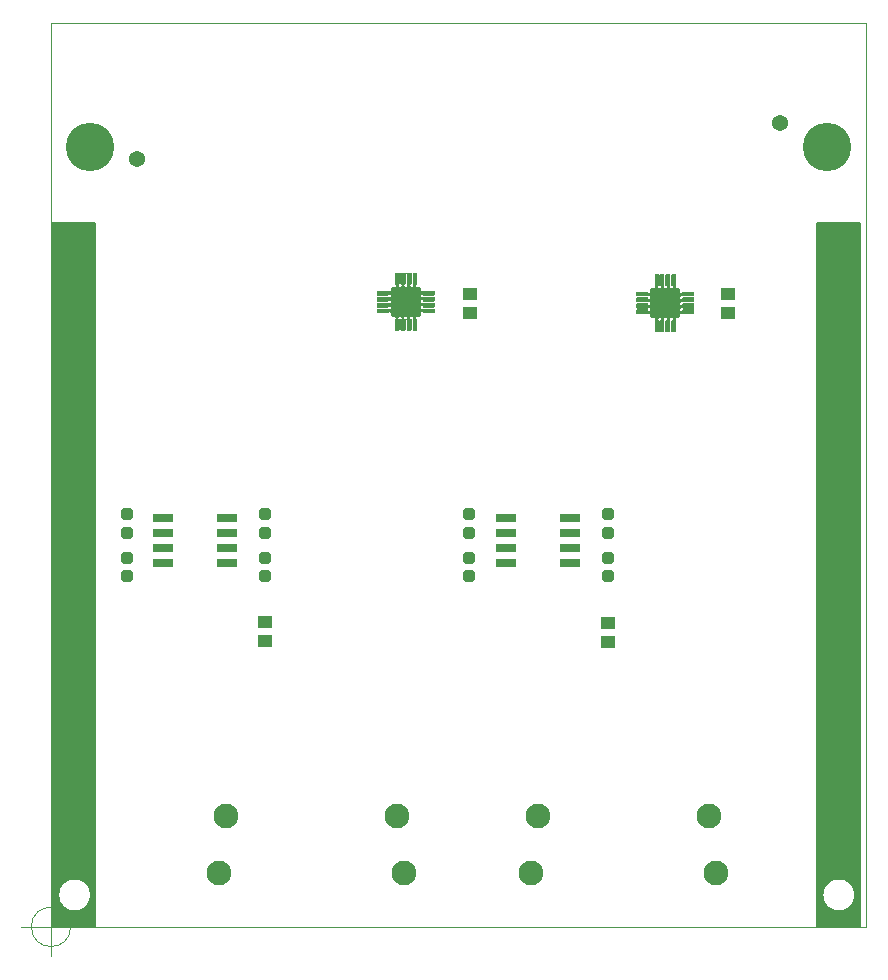
<source format=gbr>
G04 #@! TF.GenerationSoftware,KiCad,Pcbnew,(6.0.4-0)*
G04 #@! TF.CreationDate,2022-11-09T17:11:16+01:00*
G04 #@! TF.ProjectId,adapter_hybrid_assistor_hpc_2HDMI,61646170-7465-4725-9f68-79627269645f,rev?*
G04 #@! TF.SameCoordinates,Original*
G04 #@! TF.FileFunction,Soldermask,Bot*
G04 #@! TF.FilePolarity,Negative*
%FSLAX46Y46*%
G04 Gerber Fmt 4.6, Leading zero omitted, Abs format (unit mm)*
G04 Created by KiCad (PCBNEW (6.0.4-0)) date 2022-11-09 17:11:16*
%MOMM*%
%LPD*%
G01*
G04 APERTURE LIST*
G04 Aperture macros list*
%AMRoundRect*
0 Rectangle with rounded corners*
0 $1 Rounding radius*
0 $2 $3 $4 $5 $6 $7 $8 $9 X,Y pos of 4 corners*
0 Add a 4 corners polygon primitive as box body*
4,1,4,$2,$3,$4,$5,$6,$7,$8,$9,$2,$3,0*
0 Add four circle primitives for the rounded corners*
1,1,$1+$1,$2,$3*
1,1,$1+$1,$4,$5*
1,1,$1+$1,$6,$7*
1,1,$1+$1,$8,$9*
0 Add four rect primitives between the rounded corners*
20,1,$1+$1,$2,$3,$4,$5,0*
20,1,$1+$1,$4,$5,$6,$7,0*
20,1,$1+$1,$6,$7,$8,$9,0*
20,1,$1+$1,$8,$9,$2,$3,0*%
G04 Aperture macros list end*
G04 #@! TA.AperFunction,Profile*
%ADD10C,0.100000*%
G04 #@! TD*
G04 #@! TA.AperFunction,Profile*
%ADD11C,0.050000*%
G04 #@! TD*
%ADD12C,1.372000*%
%ADD13C,4.102000*%
%ADD14C,2.097000*%
%ADD15RoundRect,0.051000X-0.500000X0.475000X-0.500000X-0.475000X0.500000X-0.475000X0.500000X0.475000X0*%
%ADD16RoundRect,0.269750X-0.256250X0.218750X-0.256250X-0.218750X0.256250X-0.218750X0.256250X0.218750X0*%
%ADD17RoundRect,0.269750X0.256250X-0.218750X0.256250X0.218750X-0.256250X0.218750X-0.256250X-0.218750X0*%
%ADD18RoundRect,0.051000X-0.764000X0.325000X-0.764000X-0.325000X0.764000X-0.325000X0.764000X0.325000X0*%
%ADD19RoundRect,0.051000X-0.150000X-0.425000X0.150000X-0.425000X0.150000X0.425000X-0.150000X0.425000X0*%
%ADD20RoundRect,0.051000X0.425000X-0.150000X0.425000X0.150000X-0.425000X0.150000X-0.425000X-0.150000X0*%
%ADD21RoundRect,0.051000X1.200000X-1.200000X1.200000X1.200000X-1.200000X1.200000X-1.200000X-1.200000X0*%
G04 APERTURE END LIST*
D10*
X100000000Y-100000000D02*
X100000000Y-176500000D01*
X100000000Y-176500000D02*
X169000000Y-176500000D01*
X169000000Y-100000000D02*
X169000000Y-176500000D01*
X100000000Y-100000000D02*
X169000000Y-100000000D01*
D11*
X168050000Y-173800000D02*
G75*
G03*
X168050000Y-173800000I-1350000J0D01*
G01*
X103350000Y-173800000D02*
G75*
G03*
X103350000Y-173800000I-1350000J0D01*
G01*
X104500000Y-110450000D02*
G75*
G03*
X104500000Y-110450000I-1350000J0D01*
G01*
X167200000Y-110450000D02*
G75*
G03*
X167200000Y-110450000I-1350000J0D01*
G01*
X101666666Y-176500000D02*
G75*
G03*
X101666666Y-176500000I-1666666J0D01*
G01*
X97500000Y-176500000D02*
X102500000Y-176500000D01*
X100000000Y-174000000D02*
X100000000Y-179000000D01*
X101666666Y-176500000D02*
G75*
G03*
X101666666Y-176500000I-1666666J0D01*
G01*
X97500000Y-176500000D02*
X102500000Y-176500000D01*
X100000000Y-174000000D02*
X100000000Y-179000000D01*
X101666666Y-176500000D02*
G75*
G03*
X101666666Y-176500000I-1666666J0D01*
G01*
X97500000Y-176500000D02*
X102500000Y-176500000D01*
X100000000Y-174000000D02*
X100000000Y-179000000D01*
D10*
X100000000Y-100000000D02*
X100000000Y-176500000D01*
X100000000Y-176500000D02*
X169000000Y-176500000D01*
X169000000Y-100000000D02*
X169000000Y-176500000D01*
X100000000Y-100000000D02*
X169000000Y-100000000D01*
D11*
X168050000Y-173800000D02*
G75*
G03*
X168050000Y-173800000I-1350000J0D01*
G01*
X103350000Y-173800000D02*
G75*
G03*
X103350000Y-173800000I-1350000J0D01*
G01*
X104500000Y-110450000D02*
G75*
G03*
X104500000Y-110450000I-1350000J0D01*
G01*
X167200000Y-110450000D02*
G75*
G03*
X167200000Y-110450000I-1350000J0D01*
G01*
X101666666Y-176500000D02*
G75*
G03*
X101666666Y-176500000I-1666666J0D01*
G01*
X97500000Y-176500000D02*
X102500000Y-176500000D01*
X100000000Y-174000000D02*
X100000000Y-179000000D01*
X101666666Y-176500000D02*
G75*
G03*
X101666666Y-176500000I-1666666J0D01*
G01*
X97500000Y-176500000D02*
X102500000Y-176500000D01*
X100000000Y-174000000D02*
X100000000Y-179000000D01*
X101666666Y-176500000D02*
G75*
G03*
X101666666Y-176500000I-1666666J0D01*
G01*
X97500000Y-176500000D02*
X102500000Y-176500000D01*
X100000000Y-174000000D02*
X100000000Y-179000000D01*
D12*
X107303000Y-111508000D03*
X161683000Y-108458000D03*
D13*
X165683000Y-110458000D03*
X103303000Y-110458000D03*
D14*
X141216000Y-167076000D03*
X155716000Y-167076000D03*
X140616000Y-171976000D03*
X156316000Y-171976000D03*
X114800000Y-167076000D03*
X129300000Y-167076000D03*
X114200000Y-171976000D03*
X129900000Y-171976000D03*
D15*
X147193000Y-150749000D03*
X147193000Y-152349000D03*
X118110000Y-150711000D03*
X118110000Y-152311000D03*
X157353000Y-122936000D03*
X157353000Y-124536000D03*
D16*
X147193000Y-141554000D03*
X147193000Y-143129000D03*
D17*
X135382000Y-146837500D03*
X135382000Y-145262500D03*
D16*
X106400500Y-141554000D03*
X106400500Y-143129000D03*
X118135500Y-141554000D03*
X118135500Y-143129000D03*
D17*
X106426000Y-146837500D03*
X106426000Y-145262500D03*
X118110000Y-146837500D03*
X118110000Y-145262500D03*
D18*
X138557000Y-145669000D03*
X138557000Y-144399000D03*
X138557000Y-143129000D03*
X138557000Y-141859000D03*
X143979000Y-141859000D03*
X143979000Y-143129000D03*
X143979000Y-144399000D03*
X143979000Y-145669000D03*
D19*
X152769000Y-125648000D03*
X152269000Y-125648000D03*
X151769000Y-125648000D03*
X151269000Y-125648000D03*
D20*
X150069000Y-124448000D03*
X150069000Y-123948000D03*
X150069000Y-123448000D03*
X150069000Y-122948000D03*
D19*
X151269000Y-121748000D03*
X151769000Y-121748000D03*
X152269000Y-121748000D03*
X152769000Y-121748000D03*
D20*
X153969000Y-122948000D03*
X153969000Y-123448000D03*
X153969000Y-123948000D03*
X153969000Y-124448000D03*
D21*
X152019000Y-123698000D03*
D19*
X130798000Y-125521000D03*
X130298000Y-125521000D03*
X129798000Y-125521000D03*
X129298000Y-125521000D03*
D20*
X128098000Y-124321000D03*
X128098000Y-123821000D03*
X128098000Y-123321000D03*
X128098000Y-122821000D03*
D19*
X129298000Y-121621000D03*
X129798000Y-121621000D03*
X130298000Y-121621000D03*
X130798000Y-121621000D03*
D20*
X131998000Y-122821000D03*
X131998000Y-123321000D03*
X131998000Y-123821000D03*
X131998000Y-124321000D03*
D21*
X130048000Y-123571000D03*
D18*
X109513000Y-145669000D03*
X109513000Y-144399000D03*
X109513000Y-143129000D03*
X109513000Y-141859000D03*
X114935000Y-141859000D03*
X114935000Y-143129000D03*
X114935000Y-144399000D03*
X114935000Y-145669000D03*
D16*
X135382000Y-141554000D03*
X135382000Y-143129000D03*
D15*
X135509000Y-122936000D03*
X135509000Y-124536000D03*
D17*
X147193000Y-146837500D03*
X147193000Y-145262500D03*
G36*
X103752121Y-116830002D02*
G01*
X103798614Y-116883658D01*
X103810000Y-116936000D01*
X103810000Y-176374000D01*
X103789998Y-176442121D01*
X103736342Y-176488614D01*
X103684000Y-176500000D01*
X100145948Y-176500000D01*
X100077827Y-176479998D01*
X100031334Y-176426342D01*
X100019948Y-176374042D01*
X100019088Y-173805475D01*
X100650479Y-173805475D01*
X100670031Y-174028945D01*
X100671934Y-174039740D01*
X100729992Y-174256417D01*
X100733738Y-174266709D01*
X100828540Y-174470013D01*
X100834023Y-174479509D01*
X100962681Y-174663252D01*
X100969737Y-174671660D01*
X101128340Y-174830263D01*
X101136748Y-174837319D01*
X101320491Y-174965977D01*
X101329987Y-174971460D01*
X101533291Y-175066262D01*
X101543583Y-175070008D01*
X101760260Y-175128066D01*
X101771055Y-175129969D01*
X101994525Y-175149521D01*
X102005475Y-175149521D01*
X102228945Y-175129969D01*
X102239740Y-175128066D01*
X102456417Y-175070008D01*
X102466709Y-175066262D01*
X102670013Y-174971460D01*
X102679509Y-174965977D01*
X102863252Y-174837319D01*
X102871660Y-174830263D01*
X103030263Y-174671660D01*
X103037319Y-174663252D01*
X103165977Y-174479509D01*
X103171460Y-174470013D01*
X103266262Y-174266709D01*
X103270008Y-174256417D01*
X103328066Y-174039740D01*
X103329969Y-174028945D01*
X103349521Y-173805475D01*
X103349521Y-173794525D01*
X103329969Y-173571055D01*
X103328066Y-173560260D01*
X103270008Y-173343583D01*
X103266262Y-173333291D01*
X103171460Y-173129987D01*
X103165977Y-173120491D01*
X103037319Y-172936748D01*
X103030263Y-172928340D01*
X102871660Y-172769737D01*
X102863252Y-172762681D01*
X102679509Y-172634023D01*
X102670013Y-172628540D01*
X102466709Y-172533738D01*
X102456417Y-172529992D01*
X102239740Y-172471934D01*
X102228945Y-172470031D01*
X102005475Y-172450479D01*
X101994525Y-172450479D01*
X101771055Y-172470031D01*
X101760260Y-172471934D01*
X101543583Y-172529992D01*
X101533291Y-172533738D01*
X101329987Y-172628540D01*
X101320491Y-172634023D01*
X101136748Y-172762681D01*
X101128340Y-172769737D01*
X100969737Y-172928340D01*
X100962681Y-172936748D01*
X100834023Y-173120491D01*
X100828540Y-173129987D01*
X100733738Y-173333291D01*
X100729992Y-173343583D01*
X100671934Y-173560260D01*
X100670031Y-173571055D01*
X100650479Y-173794525D01*
X100650479Y-173805475D01*
X100019088Y-173805475D01*
X100000042Y-116936042D01*
X100020021Y-116867915D01*
X100073661Y-116821404D01*
X100126042Y-116810000D01*
X103684000Y-116810000D01*
X103752121Y-116830002D01*
G37*
G36*
X168522163Y-116830002D02*
G01*
X168568656Y-116883658D01*
X168580042Y-116935958D01*
X168599951Y-176373958D01*
X168579972Y-176442085D01*
X168526332Y-176488596D01*
X168473951Y-176500000D01*
X164886024Y-176500000D01*
X164817903Y-176479998D01*
X164771410Y-176426342D01*
X164760024Y-176373979D01*
X164760454Y-173805475D01*
X165350479Y-173805475D01*
X165370031Y-174028945D01*
X165371934Y-174039740D01*
X165429992Y-174256417D01*
X165433738Y-174266709D01*
X165528540Y-174470013D01*
X165534023Y-174479509D01*
X165662681Y-174663252D01*
X165669737Y-174671660D01*
X165828340Y-174830263D01*
X165836748Y-174837319D01*
X166020491Y-174965977D01*
X166029987Y-174971460D01*
X166233291Y-175066262D01*
X166243583Y-175070008D01*
X166460260Y-175128066D01*
X166471055Y-175129969D01*
X166694525Y-175149521D01*
X166705475Y-175149521D01*
X166928945Y-175129969D01*
X166939740Y-175128066D01*
X167156417Y-175070008D01*
X167166709Y-175066262D01*
X167370013Y-174971460D01*
X167379509Y-174965977D01*
X167563252Y-174837319D01*
X167571660Y-174830263D01*
X167730263Y-174671660D01*
X167737319Y-174663252D01*
X167865977Y-174479509D01*
X167871460Y-174470013D01*
X167966262Y-174266709D01*
X167970008Y-174256417D01*
X168028066Y-174039740D01*
X168029969Y-174028945D01*
X168049521Y-173805475D01*
X168049521Y-173794525D01*
X168029969Y-173571055D01*
X168028066Y-173560260D01*
X167970008Y-173343583D01*
X167966262Y-173333291D01*
X167871460Y-173129987D01*
X167865977Y-173120491D01*
X167737319Y-172936748D01*
X167730263Y-172928340D01*
X167571660Y-172769737D01*
X167563252Y-172762681D01*
X167379509Y-172634023D01*
X167370013Y-172628540D01*
X167166709Y-172533738D01*
X167156417Y-172529992D01*
X166939740Y-172471934D01*
X166928945Y-172470031D01*
X166705475Y-172450479D01*
X166694525Y-172450479D01*
X166471055Y-172470031D01*
X166460260Y-172471934D01*
X166243583Y-172529992D01*
X166233291Y-172533738D01*
X166029987Y-172628540D01*
X166020491Y-172634023D01*
X165836748Y-172762681D01*
X165828340Y-172769737D01*
X165669737Y-172928340D01*
X165662681Y-172936748D01*
X165534023Y-173120491D01*
X165528540Y-173129987D01*
X165433738Y-173333291D01*
X165429992Y-173343583D01*
X165371934Y-173560260D01*
X165370031Y-173571055D01*
X165350479Y-173794525D01*
X165350479Y-173805475D01*
X164760454Y-173805475D01*
X164769979Y-116935979D01*
X164789992Y-116867862D01*
X164843656Y-116821378D01*
X164895979Y-116810000D01*
X168454042Y-116810000D01*
X168522163Y-116830002D01*
G37*
G36*
X168562590Y-116803081D02*
G01*
X168579620Y-116808081D01*
X168580185Y-116808673D01*
X168580999Y-116808673D01*
X168581512Y-116809095D01*
X168584410Y-116812440D01*
X168584852Y-116813325D01*
X168586958Y-116823002D01*
X168587004Y-116823426D01*
X168606481Y-174969131D01*
X168606987Y-176482024D01*
X168606906Y-176482588D01*
X168601912Y-176499620D01*
X168601319Y-176500186D01*
X168601319Y-176501000D01*
X168600897Y-176501511D01*
X168597571Y-176504395D01*
X168596687Y-176504838D01*
X168586969Y-176506954D01*
X168586543Y-176507000D01*
X164777976Y-176507000D01*
X164777413Y-176506919D01*
X164760383Y-176501919D01*
X164759818Y-176501327D01*
X164759003Y-176501327D01*
X164758491Y-176500904D01*
X164755976Y-176498000D01*
X164762003Y-176498000D01*
X168597993Y-176498000D01*
X168597481Y-174969135D01*
X168578001Y-116812000D01*
X164772000Y-116812000D01*
X164762456Y-173800000D01*
X164762260Y-174969134D01*
X164762003Y-176498000D01*
X164755976Y-176498000D01*
X164755605Y-176497572D01*
X164755163Y-176496688D01*
X164753051Y-176486978D01*
X164753005Y-176486553D01*
X164753260Y-174969133D01*
X164753456Y-173800021D01*
X164762997Y-116827973D01*
X164763078Y-116827409D01*
X164768081Y-116810381D01*
X164768673Y-116809817D01*
X164768673Y-116809000D01*
X164769096Y-116808488D01*
X164772437Y-116805594D01*
X164773321Y-116805152D01*
X164783007Y-116803046D01*
X164783432Y-116803000D01*
X168562027Y-116803000D01*
X168562590Y-116803081D01*
G37*
G36*
X166934599Y-172468518D02*
G01*
X166934943Y-172468578D01*
X167162245Y-172529483D01*
X167162572Y-172529602D01*
X167375845Y-172629053D01*
X167376147Y-172629228D01*
X167568910Y-172764202D01*
X167569177Y-172764426D01*
X167735574Y-172930823D01*
X167735798Y-172931090D01*
X167870772Y-173123853D01*
X167870947Y-173124155D01*
X167970398Y-173337428D01*
X167970517Y-173337755D01*
X168031422Y-173565057D01*
X168031482Y-173565401D01*
X168051992Y-173799826D01*
X168051992Y-173800174D01*
X168031482Y-174034599D01*
X168031422Y-174034943D01*
X167970517Y-174262245D01*
X167970398Y-174262572D01*
X167870947Y-174475845D01*
X167870772Y-174476147D01*
X167735798Y-174668910D01*
X167735574Y-174669177D01*
X167569177Y-174835574D01*
X167568910Y-174835798D01*
X167376147Y-174970772D01*
X167375845Y-174970947D01*
X167162572Y-175070398D01*
X167162245Y-175070517D01*
X166934943Y-175131422D01*
X166934599Y-175131482D01*
X166700174Y-175151992D01*
X166699826Y-175151992D01*
X166465401Y-175131482D01*
X166465057Y-175131422D01*
X166237755Y-175070517D01*
X166237428Y-175070398D01*
X166024155Y-174970947D01*
X166023853Y-174970772D01*
X165831090Y-174835798D01*
X165830823Y-174835574D01*
X165664426Y-174669177D01*
X165664202Y-174668910D01*
X165529228Y-174476147D01*
X165529053Y-174475845D01*
X165429602Y-174262572D01*
X165429483Y-174262245D01*
X165368578Y-174034943D01*
X165368518Y-174034599D01*
X165348939Y-173810812D01*
X165357972Y-173810812D01*
X165376484Y-174022390D01*
X165380238Y-174043685D01*
X165435211Y-174248850D01*
X165442599Y-174269147D01*
X165532368Y-174461659D01*
X165543176Y-174480376D01*
X165664997Y-174654355D01*
X165678898Y-174670923D01*
X165829077Y-174821102D01*
X165845645Y-174835003D01*
X166019624Y-174956824D01*
X166038341Y-174967632D01*
X166230853Y-175057401D01*
X166251150Y-175064789D01*
X166456315Y-175119762D01*
X166477610Y-175123516D01*
X166689188Y-175142028D01*
X166710812Y-175142028D01*
X166922390Y-175123516D01*
X166943685Y-175119762D01*
X167148850Y-175064789D01*
X167169147Y-175057401D01*
X167361659Y-174967632D01*
X167380376Y-174956824D01*
X167554355Y-174835003D01*
X167570923Y-174821102D01*
X167721102Y-174670923D01*
X167735003Y-174654355D01*
X167856824Y-174480376D01*
X167867632Y-174461659D01*
X167957401Y-174269147D01*
X167964789Y-174248850D01*
X168019762Y-174043685D01*
X168023516Y-174022390D01*
X168042028Y-173810812D01*
X168042028Y-173789188D01*
X168023516Y-173577610D01*
X168019762Y-173556315D01*
X167964789Y-173351150D01*
X167957401Y-173330853D01*
X167867632Y-173138341D01*
X167856824Y-173119624D01*
X167735003Y-172945645D01*
X167721102Y-172929077D01*
X167570923Y-172778898D01*
X167554355Y-172764997D01*
X167380376Y-172643176D01*
X167361659Y-172632368D01*
X167169147Y-172542599D01*
X167148850Y-172535211D01*
X166943685Y-172480238D01*
X166922390Y-172476484D01*
X166710812Y-172457972D01*
X166689188Y-172457972D01*
X166477610Y-172476484D01*
X166456315Y-172480238D01*
X166251150Y-172535211D01*
X166230853Y-172542599D01*
X166038341Y-172632368D01*
X166019624Y-172643176D01*
X165845645Y-172764997D01*
X165829077Y-172778898D01*
X165678898Y-172929077D01*
X165664997Y-172945645D01*
X165543176Y-173119624D01*
X165532368Y-173138341D01*
X165442599Y-173330853D01*
X165435211Y-173351150D01*
X165380238Y-173556315D01*
X165376484Y-173577610D01*
X165357972Y-173789188D01*
X165357972Y-173810812D01*
X165348939Y-173810812D01*
X165348008Y-173800174D01*
X165348008Y-173799826D01*
X165368518Y-173565401D01*
X165368578Y-173565057D01*
X165429483Y-173337755D01*
X165429602Y-173337428D01*
X165529053Y-173124155D01*
X165529228Y-173123853D01*
X165664202Y-172931090D01*
X165664426Y-172930823D01*
X165830823Y-172764426D01*
X165831090Y-172764202D01*
X166023853Y-172629228D01*
X166024155Y-172629053D01*
X166237428Y-172529602D01*
X166237755Y-172529483D01*
X166465057Y-172468578D01*
X166465401Y-172468518D01*
X166699826Y-172448008D01*
X166700174Y-172448008D01*
X166934599Y-172468518D01*
G37*
G36*
X103792590Y-116803081D02*
G01*
X103809620Y-116808081D01*
X103810185Y-116808673D01*
X103811000Y-116808673D01*
X103811512Y-116809095D01*
X103814403Y-116812432D01*
X103814845Y-116813317D01*
X103816954Y-116823013D01*
X103817000Y-116823438D01*
X103817000Y-176482027D01*
X103816919Y-176482590D01*
X103811919Y-176499620D01*
X103811327Y-176500185D01*
X103811327Y-176501000D01*
X103810905Y-176501512D01*
X103807568Y-176504403D01*
X103806683Y-176504845D01*
X103796987Y-176506954D01*
X103796562Y-176507000D01*
X100037963Y-176507000D01*
X100037400Y-176506919D01*
X100020370Y-176501919D01*
X100019805Y-176501327D01*
X100018991Y-176501327D01*
X100018478Y-176500905D01*
X100015580Y-176497560D01*
X100015138Y-176496675D01*
X100013032Y-176486998D01*
X100012986Y-176486574D01*
X100012086Y-173799959D01*
X99993006Y-116827976D01*
X99993087Y-116827412D01*
X99997606Y-116812000D01*
X100002000Y-116812000D01*
X100021086Y-173799999D01*
X100021989Y-176498000D01*
X103808000Y-176498000D01*
X103808000Y-116812000D01*
X100002000Y-116812000D01*
X99997606Y-116812000D01*
X99998081Y-116810380D01*
X99998674Y-116809814D01*
X99998674Y-116809000D01*
X99999096Y-116808489D01*
X100002422Y-116805605D01*
X100003306Y-116805162D01*
X100013024Y-116803046D01*
X100013450Y-116803000D01*
X103792027Y-116803000D01*
X103792590Y-116803081D01*
G37*
G36*
X102234599Y-172468518D02*
G01*
X102234943Y-172468578D01*
X102462245Y-172529483D01*
X102462572Y-172529602D01*
X102675845Y-172629053D01*
X102676147Y-172629228D01*
X102868910Y-172764202D01*
X102869177Y-172764426D01*
X103035574Y-172930823D01*
X103035798Y-172931090D01*
X103170772Y-173123853D01*
X103170947Y-173124155D01*
X103270398Y-173337428D01*
X103270517Y-173337755D01*
X103331422Y-173565057D01*
X103331482Y-173565401D01*
X103351992Y-173799826D01*
X103351992Y-173800174D01*
X103331482Y-174034599D01*
X103331422Y-174034943D01*
X103270517Y-174262245D01*
X103270398Y-174262572D01*
X103170947Y-174475845D01*
X103170772Y-174476147D01*
X103035798Y-174668910D01*
X103035574Y-174669177D01*
X102869177Y-174835574D01*
X102868910Y-174835798D01*
X102676147Y-174970772D01*
X102675845Y-174970947D01*
X102462572Y-175070398D01*
X102462245Y-175070517D01*
X102234943Y-175131422D01*
X102234599Y-175131482D01*
X102000174Y-175151992D01*
X101999826Y-175151992D01*
X101765401Y-175131482D01*
X101765057Y-175131422D01*
X101537755Y-175070517D01*
X101537428Y-175070398D01*
X101324155Y-174970947D01*
X101323853Y-174970772D01*
X101131090Y-174835798D01*
X101130823Y-174835574D01*
X100964426Y-174669177D01*
X100964202Y-174668910D01*
X100829228Y-174476147D01*
X100829053Y-174475845D01*
X100729602Y-174262572D01*
X100729483Y-174262245D01*
X100668578Y-174034943D01*
X100668518Y-174034599D01*
X100648939Y-173810812D01*
X100657972Y-173810812D01*
X100676484Y-174022390D01*
X100680238Y-174043685D01*
X100735211Y-174248850D01*
X100742599Y-174269147D01*
X100832368Y-174461659D01*
X100843176Y-174480376D01*
X100964997Y-174654355D01*
X100978898Y-174670923D01*
X101129077Y-174821102D01*
X101145645Y-174835003D01*
X101319624Y-174956824D01*
X101338341Y-174967632D01*
X101530853Y-175057401D01*
X101551150Y-175064789D01*
X101756315Y-175119762D01*
X101777610Y-175123516D01*
X101989188Y-175142028D01*
X102010812Y-175142028D01*
X102222390Y-175123516D01*
X102243685Y-175119762D01*
X102448850Y-175064789D01*
X102469147Y-175057401D01*
X102661659Y-174967632D01*
X102680376Y-174956824D01*
X102854355Y-174835003D01*
X102870923Y-174821102D01*
X103021102Y-174670923D01*
X103035003Y-174654355D01*
X103156824Y-174480376D01*
X103167632Y-174461659D01*
X103257401Y-174269147D01*
X103264789Y-174248850D01*
X103319762Y-174043685D01*
X103323516Y-174022390D01*
X103342028Y-173810812D01*
X103342028Y-173789188D01*
X103323516Y-173577610D01*
X103319762Y-173556315D01*
X103264789Y-173351150D01*
X103257401Y-173330853D01*
X103167632Y-173138341D01*
X103156824Y-173119624D01*
X103035003Y-172945645D01*
X103021102Y-172929077D01*
X102870923Y-172778898D01*
X102854355Y-172764997D01*
X102680376Y-172643176D01*
X102661659Y-172632368D01*
X102469147Y-172542599D01*
X102448850Y-172535211D01*
X102243685Y-172480238D01*
X102222390Y-172476484D01*
X102010812Y-172457972D01*
X101989188Y-172457972D01*
X101777610Y-172476484D01*
X101756315Y-172480238D01*
X101551150Y-172535211D01*
X101530853Y-172542599D01*
X101338341Y-172632368D01*
X101319624Y-172643176D01*
X101145645Y-172764997D01*
X101129077Y-172778898D01*
X100978898Y-172929077D01*
X100964997Y-172945645D01*
X100843176Y-173119624D01*
X100832368Y-173138341D01*
X100742599Y-173330853D01*
X100735211Y-173351150D01*
X100680238Y-173556315D01*
X100676484Y-173577610D01*
X100657972Y-173789188D01*
X100657972Y-173810812D01*
X100648939Y-173810812D01*
X100648008Y-173800174D01*
X100648008Y-173799826D01*
X100668518Y-173565401D01*
X100668578Y-173565057D01*
X100729483Y-173337755D01*
X100729602Y-173337428D01*
X100829053Y-173124155D01*
X100829228Y-173123853D01*
X100964202Y-172931090D01*
X100964426Y-172930823D01*
X101130823Y-172764426D01*
X101131090Y-172764202D01*
X101323853Y-172629228D01*
X101324155Y-172629053D01*
X101537428Y-172529602D01*
X101537755Y-172529483D01*
X101765057Y-172468578D01*
X101765401Y-172468518D01*
X101999826Y-172448008D01*
X102000174Y-172448008D01*
X102234599Y-172468518D01*
G37*
G36*
X152583633Y-125186516D02*
G01*
X152584197Y-125188435D01*
X152583916Y-125189074D01*
X152573767Y-125204262D01*
X152570000Y-125223199D01*
X152570000Y-126072801D01*
X152573767Y-126091738D01*
X152583814Y-126106773D01*
X152583945Y-126108768D01*
X152582282Y-126109880D01*
X152581553Y-126109793D01*
X152521212Y-126090898D01*
X152456310Y-126109955D01*
X152454367Y-126109483D01*
X152453803Y-126107564D01*
X152454084Y-126106925D01*
X152464233Y-126091737D01*
X152468000Y-126072801D01*
X152468000Y-125223199D01*
X152464233Y-125204262D01*
X152454186Y-125189227D01*
X152454055Y-125187232D01*
X152455718Y-125186120D01*
X152456447Y-125186207D01*
X152516786Y-125205102D01*
X152581690Y-125186044D01*
X152583633Y-125186516D01*
G37*
G36*
X152083633Y-125186515D02*
G01*
X152084197Y-125188434D01*
X152083916Y-125189074D01*
X152073767Y-125204262D01*
X152070000Y-125223199D01*
X152070000Y-126072801D01*
X152073767Y-126091738D01*
X152083814Y-126106773D01*
X152083945Y-126108768D01*
X152082282Y-126109880D01*
X152081553Y-126109793D01*
X152021212Y-126090898D01*
X151956310Y-126109955D01*
X151954367Y-126109483D01*
X151953803Y-126107564D01*
X151954084Y-126106925D01*
X151964233Y-126091737D01*
X151968000Y-126072801D01*
X151968000Y-125223199D01*
X151964233Y-125204262D01*
X151954188Y-125189229D01*
X151954057Y-125187233D01*
X151955720Y-125186122D01*
X151956449Y-125186209D01*
X152016792Y-125205102D01*
X152081689Y-125186044D01*
X152083633Y-125186515D01*
G37*
G36*
X151583632Y-125186518D02*
G01*
X151584196Y-125188437D01*
X151583915Y-125189076D01*
X151573767Y-125204262D01*
X151570000Y-125223199D01*
X151570000Y-126072801D01*
X151573767Y-126091738D01*
X151583814Y-126106773D01*
X151583945Y-126108768D01*
X151582282Y-126109880D01*
X151581553Y-126109793D01*
X151521212Y-126090898D01*
X151456310Y-126109955D01*
X151454367Y-126109483D01*
X151453803Y-126107564D01*
X151454084Y-126106925D01*
X151464233Y-126091737D01*
X151468000Y-126072801D01*
X151468000Y-125223199D01*
X151464233Y-125204262D01*
X151454187Y-125189228D01*
X151454056Y-125187232D01*
X151455719Y-125186121D01*
X151456448Y-125186208D01*
X151516788Y-125205102D01*
X151581689Y-125186046D01*
X151583632Y-125186518D01*
G37*
G36*
X130112633Y-125059515D02*
G01*
X130113197Y-125061434D01*
X130112916Y-125062074D01*
X130102767Y-125077262D01*
X130099000Y-125096199D01*
X130099000Y-125945801D01*
X130102767Y-125964738D01*
X130112814Y-125979773D01*
X130112945Y-125981768D01*
X130111282Y-125982880D01*
X130110553Y-125982793D01*
X130050212Y-125963898D01*
X129985310Y-125982955D01*
X129983367Y-125982483D01*
X129982803Y-125980564D01*
X129983084Y-125979925D01*
X129993233Y-125964737D01*
X129997000Y-125945801D01*
X129997000Y-125096199D01*
X129993233Y-125077262D01*
X129983188Y-125062229D01*
X129983057Y-125060233D01*
X129984720Y-125059122D01*
X129985449Y-125059209D01*
X130045792Y-125078102D01*
X130110689Y-125059044D01*
X130112633Y-125059515D01*
G37*
G36*
X129612632Y-125059518D02*
G01*
X129613196Y-125061437D01*
X129612915Y-125062076D01*
X129602767Y-125077262D01*
X129599000Y-125096199D01*
X129599000Y-125945801D01*
X129602767Y-125964738D01*
X129612814Y-125979773D01*
X129612945Y-125981768D01*
X129611282Y-125982880D01*
X129610553Y-125982793D01*
X129550212Y-125963898D01*
X129485310Y-125982955D01*
X129483367Y-125982483D01*
X129482803Y-125980564D01*
X129483084Y-125979925D01*
X129493233Y-125964737D01*
X129497000Y-125945801D01*
X129497000Y-125096199D01*
X129493233Y-125077262D01*
X129483187Y-125062228D01*
X129483056Y-125060232D01*
X129484719Y-125059121D01*
X129485448Y-125059208D01*
X129545788Y-125078102D01*
X129610689Y-125059046D01*
X129612632Y-125059518D01*
G37*
G36*
X130612633Y-125059516D02*
G01*
X130613197Y-125061435D01*
X130612916Y-125062074D01*
X130602767Y-125077262D01*
X130599000Y-125096199D01*
X130599000Y-125945801D01*
X130602767Y-125964738D01*
X130612814Y-125979773D01*
X130612945Y-125981768D01*
X130611282Y-125982880D01*
X130610553Y-125982793D01*
X130550212Y-125963898D01*
X130485310Y-125982955D01*
X130483367Y-125982483D01*
X130482803Y-125980564D01*
X130483084Y-125979925D01*
X130493233Y-125964737D01*
X130497000Y-125945801D01*
X130497000Y-125096199D01*
X130493233Y-125077262D01*
X130483186Y-125062227D01*
X130483055Y-125060232D01*
X130484718Y-125059120D01*
X130485447Y-125059207D01*
X130545786Y-125078102D01*
X130610690Y-125059044D01*
X130612633Y-125059516D01*
G37*
G36*
X153008435Y-124948000D02*
G01*
X153008435Y-124950000D01*
X153007266Y-124950919D01*
X152940254Y-124970595D01*
X152894899Y-125022938D01*
X152885042Y-125091491D01*
X152913880Y-125154636D01*
X152935219Y-125173463D01*
X152935856Y-125175359D01*
X152934533Y-125176859D01*
X152933506Y-125176925D01*
X152918801Y-125174000D01*
X152619199Y-125174000D01*
X152603435Y-125177136D01*
X152601541Y-125176493D01*
X152601151Y-125174531D01*
X152601510Y-125173892D01*
X152643996Y-125123052D01*
X152652626Y-125054334D01*
X152622734Y-124991860D01*
X152563671Y-124955377D01*
X152531034Y-124950982D01*
X152529451Y-124949760D01*
X152529718Y-124947778D01*
X152531301Y-124947000D01*
X153006703Y-124947000D01*
X153008435Y-124948000D01*
G37*
G36*
X152508435Y-124948000D02*
G01*
X152508435Y-124950000D01*
X152507266Y-124950919D01*
X152440254Y-124970595D01*
X152394899Y-125022938D01*
X152385042Y-125091491D01*
X152413880Y-125154636D01*
X152435219Y-125173463D01*
X152435856Y-125175359D01*
X152434533Y-125176859D01*
X152433506Y-125176925D01*
X152418801Y-125174000D01*
X152119199Y-125174000D01*
X152103435Y-125177136D01*
X152101541Y-125176493D01*
X152101151Y-125174531D01*
X152101510Y-125173892D01*
X152143996Y-125123052D01*
X152152626Y-125054334D01*
X152122734Y-124991860D01*
X152063671Y-124955377D01*
X152031029Y-124950982D01*
X152029446Y-124949760D01*
X152029713Y-124947778D01*
X152031296Y-124947000D01*
X152506703Y-124947000D01*
X152508435Y-124948000D01*
G37*
G36*
X152008433Y-124948000D02*
G01*
X152008433Y-124950000D01*
X152007265Y-124950919D01*
X151940250Y-124970599D01*
X151894897Y-125022943D01*
X151885043Y-125091497D01*
X151913883Y-125154641D01*
X151935219Y-125173463D01*
X151935856Y-125175359D01*
X151934533Y-125176859D01*
X151933506Y-125176925D01*
X151918801Y-125174000D01*
X151619199Y-125174000D01*
X151603434Y-125177136D01*
X151601540Y-125176493D01*
X151601150Y-125174531D01*
X151601509Y-125173891D01*
X151643994Y-125123053D01*
X151652625Y-125054338D01*
X151622734Y-124991863D01*
X151563672Y-124955379D01*
X151531160Y-124951000D01*
X151506994Y-124951000D01*
X151440255Y-124970596D01*
X151394900Y-125022939D01*
X151385043Y-125091492D01*
X151413881Y-125154637D01*
X151435219Y-125173463D01*
X151435856Y-125175359D01*
X151434533Y-125176859D01*
X151433506Y-125176925D01*
X151418801Y-125174000D01*
X151119199Y-125174000D01*
X151103434Y-125177136D01*
X151101540Y-125176493D01*
X151101150Y-125174531D01*
X151101509Y-125173891D01*
X151143994Y-125123053D01*
X151152625Y-125054338D01*
X151122735Y-124991863D01*
X151063673Y-124955379D01*
X151031026Y-124950982D01*
X151029443Y-124949760D01*
X151029710Y-124947778D01*
X151031293Y-124947000D01*
X152006701Y-124947000D01*
X152008433Y-124948000D01*
G37*
G36*
X130037433Y-124821000D02*
G01*
X130037433Y-124823000D01*
X130036265Y-124823919D01*
X129969250Y-124843599D01*
X129923897Y-124895943D01*
X129914043Y-124964497D01*
X129942883Y-125027641D01*
X129964219Y-125046463D01*
X129964856Y-125048359D01*
X129963533Y-125049859D01*
X129962506Y-125049925D01*
X129947801Y-125047000D01*
X129648199Y-125047000D01*
X129632434Y-125050136D01*
X129630540Y-125049493D01*
X129630150Y-125047531D01*
X129630509Y-125046891D01*
X129672994Y-124996053D01*
X129681625Y-124927338D01*
X129651734Y-124864863D01*
X129592672Y-124828379D01*
X129560160Y-124824000D01*
X129535994Y-124824000D01*
X129469255Y-124843596D01*
X129423900Y-124895939D01*
X129414043Y-124964492D01*
X129442881Y-125027637D01*
X129464219Y-125046463D01*
X129464856Y-125048359D01*
X129463533Y-125049859D01*
X129462506Y-125049925D01*
X129447801Y-125047000D01*
X129148199Y-125047000D01*
X129132434Y-125050136D01*
X129130540Y-125049493D01*
X129130150Y-125047531D01*
X129130509Y-125046891D01*
X129172994Y-124996053D01*
X129181625Y-124927338D01*
X129151735Y-124864863D01*
X129092673Y-124828379D01*
X129060026Y-124823982D01*
X129058443Y-124822760D01*
X129058710Y-124820778D01*
X129060293Y-124820000D01*
X130035701Y-124820000D01*
X130037433Y-124821000D01*
G37*
G36*
X131037435Y-124821000D02*
G01*
X131037435Y-124823000D01*
X131036266Y-124823919D01*
X130969254Y-124843595D01*
X130923899Y-124895938D01*
X130914042Y-124964491D01*
X130942880Y-125027636D01*
X130964219Y-125046463D01*
X130964856Y-125048359D01*
X130963533Y-125049859D01*
X130962506Y-125049925D01*
X130947801Y-125047000D01*
X130648199Y-125047000D01*
X130632435Y-125050136D01*
X130630541Y-125049493D01*
X130630151Y-125047531D01*
X130630510Y-125046892D01*
X130672996Y-124996052D01*
X130681626Y-124927334D01*
X130651734Y-124864860D01*
X130592671Y-124828377D01*
X130560034Y-124823982D01*
X130558451Y-124822760D01*
X130558718Y-124820778D01*
X130560301Y-124820000D01*
X131035703Y-124820000D01*
X131037435Y-124821000D01*
G37*
G36*
X130537435Y-124821000D02*
G01*
X130537435Y-124823000D01*
X130536266Y-124823919D01*
X130469254Y-124843595D01*
X130423899Y-124895938D01*
X130414042Y-124964491D01*
X130442880Y-125027636D01*
X130464219Y-125046463D01*
X130464856Y-125048359D01*
X130463533Y-125049859D01*
X130462506Y-125049925D01*
X130447801Y-125047000D01*
X130148199Y-125047000D01*
X130132435Y-125050136D01*
X130130541Y-125049493D01*
X130130151Y-125047531D01*
X130130510Y-125046892D01*
X130172996Y-124996052D01*
X130181626Y-124927334D01*
X130151734Y-124864860D01*
X130092671Y-124828377D01*
X130060029Y-124823982D01*
X130058446Y-124822760D01*
X130058713Y-124820778D01*
X130060296Y-124820000D01*
X130535703Y-124820000D01*
X130537435Y-124821000D01*
G37*
G36*
X153271919Y-124209731D02*
G01*
X153291596Y-124276745D01*
X153343939Y-124322100D01*
X153412492Y-124331957D01*
X153475637Y-124303119D01*
X153494463Y-124281781D01*
X153496359Y-124281144D01*
X153497859Y-124282467D01*
X153497925Y-124283494D01*
X153495000Y-124298199D01*
X153495000Y-124597801D01*
X153498136Y-124613566D01*
X153497493Y-124615460D01*
X153495531Y-124615850D01*
X153494891Y-124615491D01*
X153444053Y-124573006D01*
X153375338Y-124564375D01*
X153312863Y-124594265D01*
X153276379Y-124653327D01*
X153271982Y-124685973D01*
X153270760Y-124687556D01*
X153268778Y-124687289D01*
X153268000Y-124685706D01*
X153268000Y-124210294D01*
X153269000Y-124208562D01*
X153271000Y-124208562D01*
X153271919Y-124209731D01*
G37*
G36*
X150769222Y-124208718D02*
G01*
X150770000Y-124210301D01*
X150770000Y-124685703D01*
X150769000Y-124687435D01*
X150767000Y-124687435D01*
X150766081Y-124686266D01*
X150746405Y-124619254D01*
X150694062Y-124573899D01*
X150625509Y-124564042D01*
X150562364Y-124592880D01*
X150543537Y-124614219D01*
X150541641Y-124614856D01*
X150540141Y-124613533D01*
X150540075Y-124612506D01*
X150543000Y-124597801D01*
X150543000Y-124298199D01*
X150539864Y-124282435D01*
X150540507Y-124280541D01*
X150542469Y-124280151D01*
X150543108Y-124280510D01*
X150593948Y-124322996D01*
X150662666Y-124331626D01*
X150725140Y-124301734D01*
X150761623Y-124242671D01*
X150766018Y-124210034D01*
X150767240Y-124208451D01*
X150769222Y-124208718D01*
G37*
G36*
X131300919Y-124082731D02*
G01*
X131320596Y-124149745D01*
X131372939Y-124195100D01*
X131441492Y-124204957D01*
X131504637Y-124176119D01*
X131523463Y-124154781D01*
X131525359Y-124154144D01*
X131526859Y-124155467D01*
X131526925Y-124156494D01*
X131524000Y-124171199D01*
X131524000Y-124470801D01*
X131527136Y-124486566D01*
X131526493Y-124488460D01*
X131524531Y-124488850D01*
X131523891Y-124488491D01*
X131473053Y-124446006D01*
X131404338Y-124437375D01*
X131341863Y-124467265D01*
X131305379Y-124526327D01*
X131300982Y-124558973D01*
X131299760Y-124560556D01*
X131297778Y-124560289D01*
X131297000Y-124558706D01*
X131297000Y-124083294D01*
X131298000Y-124081562D01*
X131300000Y-124081562D01*
X131300919Y-124082731D01*
G37*
G36*
X128798222Y-124081718D02*
G01*
X128799000Y-124083301D01*
X128799000Y-124558703D01*
X128798000Y-124560435D01*
X128796000Y-124560435D01*
X128795081Y-124559266D01*
X128775405Y-124492254D01*
X128723062Y-124446899D01*
X128654509Y-124437042D01*
X128591364Y-124465880D01*
X128572537Y-124487219D01*
X128570641Y-124487856D01*
X128569141Y-124486533D01*
X128569075Y-124485506D01*
X128572000Y-124470801D01*
X128572000Y-124171199D01*
X128568864Y-124155435D01*
X128569507Y-124153541D01*
X128571469Y-124153151D01*
X128572108Y-124153510D01*
X128622948Y-124195996D01*
X128691666Y-124204626D01*
X128754140Y-124174734D01*
X128790623Y-124115671D01*
X128795018Y-124083034D01*
X128796240Y-124081451D01*
X128798222Y-124081718D01*
G37*
G36*
X149610075Y-124133084D02*
G01*
X149625263Y-124143233D01*
X149644199Y-124147000D01*
X150493801Y-124147000D01*
X150512738Y-124143233D01*
X150527773Y-124133186D01*
X150529768Y-124133055D01*
X150530880Y-124134718D01*
X150530793Y-124135447D01*
X150511898Y-124195786D01*
X150530956Y-124260690D01*
X150530484Y-124262633D01*
X150528565Y-124263197D01*
X150527926Y-124262916D01*
X150512738Y-124252767D01*
X150493801Y-124249000D01*
X149644199Y-124249000D01*
X149625262Y-124252767D01*
X149610227Y-124262814D01*
X149608232Y-124262945D01*
X149607120Y-124261282D01*
X149607207Y-124260553D01*
X149626102Y-124200212D01*
X149607045Y-124135310D01*
X149607517Y-124133367D01*
X149609436Y-124132803D01*
X149610075Y-124133084D01*
G37*
G36*
X153510076Y-124133085D02*
G01*
X153525262Y-124143233D01*
X153544199Y-124147000D01*
X154393801Y-124147000D01*
X154412738Y-124143233D01*
X154427773Y-124133186D01*
X154429768Y-124133055D01*
X154430880Y-124134718D01*
X154430793Y-124135447D01*
X154411898Y-124195788D01*
X154430955Y-124260690D01*
X154430483Y-124262633D01*
X154428564Y-124263197D01*
X154427925Y-124262916D01*
X154412737Y-124252767D01*
X154393801Y-124249000D01*
X153544199Y-124249000D01*
X153525262Y-124252767D01*
X153510228Y-124262813D01*
X153508232Y-124262944D01*
X153507121Y-124261281D01*
X153507208Y-124260552D01*
X153526102Y-124200212D01*
X153507046Y-124135311D01*
X153507518Y-124133368D01*
X153509437Y-124132804D01*
X153510076Y-124133085D01*
G37*
G36*
X153271919Y-123709735D02*
G01*
X153291599Y-123776750D01*
X153343943Y-123822103D01*
X153412497Y-123831957D01*
X153475641Y-123803117D01*
X153494463Y-123781781D01*
X153496359Y-123781144D01*
X153497859Y-123782467D01*
X153497925Y-123783494D01*
X153495000Y-123798199D01*
X153495000Y-124097801D01*
X153498136Y-124113566D01*
X153497493Y-124115460D01*
X153495531Y-124115850D01*
X153494891Y-124115491D01*
X153444053Y-124073006D01*
X153375338Y-124064375D01*
X153312863Y-124094266D01*
X153276379Y-124153328D01*
X153271982Y-124185973D01*
X153270760Y-124187556D01*
X153268778Y-124187289D01*
X153268000Y-124185706D01*
X153268000Y-123710299D01*
X153269000Y-123708567D01*
X153271000Y-123708567D01*
X153271919Y-123709735D01*
G37*
G36*
X150769222Y-123708716D02*
G01*
X150770000Y-123710299D01*
X150770000Y-124185703D01*
X150769000Y-124187435D01*
X150767000Y-124187435D01*
X150766081Y-124186266D01*
X150746405Y-124119254D01*
X150694062Y-124073899D01*
X150625509Y-124064042D01*
X150562364Y-124092880D01*
X150543537Y-124114219D01*
X150541641Y-124114856D01*
X150540141Y-124113533D01*
X150540075Y-124112506D01*
X150543000Y-124097801D01*
X150543000Y-123798199D01*
X150539864Y-123782435D01*
X150540507Y-123780541D01*
X150542469Y-123780151D01*
X150543108Y-123780510D01*
X150593948Y-123822996D01*
X150662666Y-123831626D01*
X150725140Y-123801734D01*
X150761623Y-123742671D01*
X150766018Y-123710032D01*
X150767240Y-123708449D01*
X150769222Y-123708716D01*
G37*
G36*
X131539076Y-124006085D02*
G01*
X131554262Y-124016233D01*
X131573199Y-124020000D01*
X132422801Y-124020000D01*
X132441738Y-124016233D01*
X132456773Y-124006186D01*
X132458768Y-124006055D01*
X132459880Y-124007718D01*
X132459793Y-124008447D01*
X132440898Y-124068788D01*
X132459955Y-124133690D01*
X132459483Y-124135633D01*
X132457564Y-124136197D01*
X132456925Y-124135916D01*
X132441737Y-124125767D01*
X132422801Y-124122000D01*
X131573199Y-124122000D01*
X131554262Y-124125767D01*
X131539228Y-124135813D01*
X131537232Y-124135944D01*
X131536121Y-124134281D01*
X131536208Y-124133552D01*
X131555102Y-124073212D01*
X131536046Y-124008311D01*
X131536518Y-124006368D01*
X131538437Y-124005804D01*
X131539076Y-124006085D01*
G37*
G36*
X127639075Y-124006084D02*
G01*
X127654263Y-124016233D01*
X127673199Y-124020000D01*
X128522801Y-124020000D01*
X128541738Y-124016233D01*
X128556773Y-124006186D01*
X128558768Y-124006055D01*
X128559880Y-124007718D01*
X128559793Y-124008447D01*
X128540898Y-124068786D01*
X128559956Y-124133690D01*
X128559484Y-124135633D01*
X128557565Y-124136197D01*
X128556926Y-124135916D01*
X128541738Y-124125767D01*
X128522801Y-124122000D01*
X127673199Y-124122000D01*
X127654262Y-124125767D01*
X127639227Y-124135814D01*
X127637232Y-124135945D01*
X127636120Y-124134282D01*
X127636207Y-124133553D01*
X127655102Y-124073212D01*
X127636045Y-124008310D01*
X127636517Y-124006367D01*
X127638436Y-124005803D01*
X127639075Y-124006084D01*
G37*
G36*
X131300919Y-123582735D02*
G01*
X131320599Y-123649750D01*
X131372943Y-123695103D01*
X131441497Y-123704957D01*
X131504641Y-123676117D01*
X131523463Y-123654781D01*
X131525359Y-123654144D01*
X131526859Y-123655467D01*
X131526925Y-123656494D01*
X131524000Y-123671199D01*
X131524000Y-123970801D01*
X131527136Y-123986566D01*
X131526493Y-123988460D01*
X131524531Y-123988850D01*
X131523891Y-123988491D01*
X131473053Y-123946006D01*
X131404338Y-123937375D01*
X131341863Y-123967266D01*
X131305379Y-124026328D01*
X131300982Y-124058973D01*
X131299760Y-124060556D01*
X131297778Y-124060289D01*
X131297000Y-124058706D01*
X131297000Y-123583299D01*
X131298000Y-123581567D01*
X131300000Y-123581567D01*
X131300919Y-123582735D01*
G37*
G36*
X128798222Y-123581716D02*
G01*
X128799000Y-123583299D01*
X128799000Y-124058703D01*
X128798000Y-124060435D01*
X128796000Y-124060435D01*
X128795081Y-124059266D01*
X128775405Y-123992254D01*
X128723062Y-123946899D01*
X128654509Y-123937042D01*
X128591364Y-123965880D01*
X128572537Y-123987219D01*
X128570641Y-123987856D01*
X128569141Y-123986533D01*
X128569075Y-123985506D01*
X128572000Y-123970801D01*
X128572000Y-123671199D01*
X128568864Y-123655435D01*
X128569507Y-123653541D01*
X128571469Y-123653151D01*
X128572108Y-123653510D01*
X128622948Y-123695996D01*
X128691666Y-123704626D01*
X128754140Y-123674734D01*
X128790623Y-123615671D01*
X128795018Y-123583032D01*
X128796240Y-123581449D01*
X128798222Y-123581716D01*
G37*
G36*
X153510074Y-123633084D02*
G01*
X153525262Y-123643233D01*
X153544199Y-123647000D01*
X154393801Y-123647000D01*
X154412738Y-123643233D01*
X154427773Y-123633186D01*
X154429768Y-123633055D01*
X154430880Y-123634718D01*
X154430793Y-123635447D01*
X154411898Y-123695788D01*
X154430955Y-123760690D01*
X154430483Y-123762633D01*
X154428564Y-123763197D01*
X154427925Y-123762916D01*
X154412737Y-123752767D01*
X154393801Y-123749000D01*
X153544199Y-123749000D01*
X153525262Y-123752767D01*
X153510229Y-123762812D01*
X153508233Y-123762943D01*
X153507122Y-123761280D01*
X153507209Y-123760551D01*
X153526102Y-123700208D01*
X153507044Y-123635311D01*
X153507515Y-123633367D01*
X153509434Y-123632803D01*
X153510074Y-123633084D01*
G37*
G36*
X149610075Y-123633084D02*
G01*
X149625263Y-123643233D01*
X149644199Y-123647000D01*
X150493801Y-123647000D01*
X150512738Y-123643233D01*
X150527771Y-123633188D01*
X150529767Y-123633057D01*
X150530878Y-123634720D01*
X150530791Y-123635449D01*
X150511898Y-123695792D01*
X150530956Y-123760689D01*
X150530485Y-123762633D01*
X150528566Y-123763197D01*
X150527926Y-123762916D01*
X150512738Y-123752767D01*
X150493801Y-123749000D01*
X149644199Y-123749000D01*
X149625262Y-123752767D01*
X149610227Y-123762814D01*
X149608232Y-123762945D01*
X149607120Y-123761282D01*
X149607207Y-123760553D01*
X149626102Y-123700212D01*
X149607045Y-123635310D01*
X149607517Y-123633367D01*
X149609436Y-123632803D01*
X149610075Y-123633084D01*
G37*
G36*
X153271919Y-123209734D02*
G01*
X153291595Y-123276746D01*
X153343938Y-123322101D01*
X153412491Y-123331958D01*
X153475636Y-123303120D01*
X153494463Y-123281781D01*
X153496359Y-123281144D01*
X153497859Y-123282467D01*
X153497925Y-123283494D01*
X153495000Y-123298199D01*
X153495000Y-123597801D01*
X153498136Y-123613565D01*
X153497493Y-123615459D01*
X153495531Y-123615849D01*
X153494892Y-123615490D01*
X153444052Y-123573004D01*
X153375334Y-123564374D01*
X153312860Y-123594266D01*
X153276377Y-123653329D01*
X153271982Y-123685968D01*
X153270760Y-123687551D01*
X153268778Y-123687284D01*
X153268000Y-123685701D01*
X153268000Y-123210297D01*
X153269000Y-123208565D01*
X153271000Y-123208565D01*
X153271919Y-123209734D01*
G37*
G36*
X150769222Y-123208711D02*
G01*
X150770000Y-123210294D01*
X150770000Y-123685701D01*
X150769000Y-123687433D01*
X150767000Y-123687433D01*
X150766081Y-123686265D01*
X150746401Y-123619250D01*
X150694057Y-123573897D01*
X150625503Y-123564043D01*
X150562359Y-123592883D01*
X150543537Y-123614219D01*
X150541641Y-123614856D01*
X150540141Y-123613533D01*
X150540075Y-123612506D01*
X150543000Y-123597801D01*
X150543000Y-123298199D01*
X150539864Y-123282434D01*
X150540507Y-123280540D01*
X150542469Y-123280150D01*
X150543109Y-123280509D01*
X150593947Y-123322994D01*
X150662662Y-123331625D01*
X150725137Y-123301734D01*
X150761621Y-123242672D01*
X150766018Y-123210027D01*
X150767240Y-123208444D01*
X150769222Y-123208711D01*
G37*
G36*
X131539074Y-123506084D02*
G01*
X131554262Y-123516233D01*
X131573199Y-123520000D01*
X132422801Y-123520000D01*
X132441738Y-123516233D01*
X132456773Y-123506186D01*
X132458768Y-123506055D01*
X132459880Y-123507718D01*
X132459793Y-123508447D01*
X132440898Y-123568788D01*
X132459955Y-123633690D01*
X132459483Y-123635633D01*
X132457564Y-123636197D01*
X132456925Y-123635916D01*
X132441737Y-123625767D01*
X132422801Y-123622000D01*
X131573199Y-123622000D01*
X131554262Y-123625767D01*
X131539229Y-123635812D01*
X131537233Y-123635943D01*
X131536122Y-123634280D01*
X131536209Y-123633551D01*
X131555102Y-123573208D01*
X131536044Y-123508311D01*
X131536515Y-123506367D01*
X131538434Y-123505803D01*
X131539074Y-123506084D01*
G37*
G36*
X127639075Y-123506084D02*
G01*
X127654263Y-123516233D01*
X127673199Y-123520000D01*
X128522801Y-123520000D01*
X128541738Y-123516233D01*
X128556771Y-123506188D01*
X128558767Y-123506057D01*
X128559878Y-123507720D01*
X128559791Y-123508449D01*
X128540898Y-123568792D01*
X128559956Y-123633689D01*
X128559485Y-123635633D01*
X128557566Y-123636197D01*
X128556926Y-123635916D01*
X128541738Y-123625767D01*
X128522801Y-123622000D01*
X127673199Y-123622000D01*
X127654262Y-123625767D01*
X127639227Y-123635814D01*
X127637232Y-123635945D01*
X127636120Y-123634282D01*
X127636207Y-123633553D01*
X127655102Y-123573212D01*
X127636045Y-123508310D01*
X127636517Y-123506367D01*
X127638436Y-123505803D01*
X127639075Y-123506084D01*
G37*
G36*
X131300919Y-123082734D02*
G01*
X131320595Y-123149746D01*
X131372938Y-123195101D01*
X131441491Y-123204958D01*
X131504636Y-123176120D01*
X131523463Y-123154781D01*
X131525359Y-123154144D01*
X131526859Y-123155467D01*
X131526925Y-123156494D01*
X131524000Y-123171199D01*
X131524000Y-123470801D01*
X131527136Y-123486565D01*
X131526493Y-123488459D01*
X131524531Y-123488849D01*
X131523892Y-123488490D01*
X131473052Y-123446004D01*
X131404334Y-123437374D01*
X131341860Y-123467266D01*
X131305377Y-123526329D01*
X131300982Y-123558968D01*
X131299760Y-123560551D01*
X131297778Y-123560284D01*
X131297000Y-123558701D01*
X131297000Y-123083297D01*
X131298000Y-123081565D01*
X131300000Y-123081565D01*
X131300919Y-123082734D01*
G37*
G36*
X128798222Y-123081711D02*
G01*
X128799000Y-123083294D01*
X128799000Y-123558701D01*
X128798000Y-123560433D01*
X128796000Y-123560433D01*
X128795081Y-123559265D01*
X128775401Y-123492250D01*
X128723057Y-123446897D01*
X128654503Y-123437043D01*
X128591359Y-123465883D01*
X128572537Y-123487219D01*
X128570641Y-123487856D01*
X128569141Y-123486533D01*
X128569075Y-123485506D01*
X128572000Y-123470801D01*
X128572000Y-123171199D01*
X128568864Y-123155434D01*
X128569507Y-123153540D01*
X128571469Y-123153150D01*
X128572109Y-123153509D01*
X128622947Y-123195994D01*
X128691662Y-123204625D01*
X128754137Y-123174734D01*
X128790621Y-123115672D01*
X128795018Y-123083027D01*
X128796240Y-123081444D01*
X128798222Y-123081711D01*
G37*
G36*
X153510074Y-123133084D02*
G01*
X153525262Y-123143233D01*
X153544199Y-123147000D01*
X154393801Y-123147000D01*
X154412738Y-123143233D01*
X154427773Y-123133186D01*
X154429768Y-123133055D01*
X154430880Y-123134718D01*
X154430793Y-123135447D01*
X154411898Y-123195788D01*
X154430955Y-123260690D01*
X154430483Y-123262633D01*
X154428564Y-123263197D01*
X154427925Y-123262916D01*
X154412737Y-123252767D01*
X154393801Y-123249000D01*
X153544199Y-123249000D01*
X153525262Y-123252767D01*
X153510227Y-123262814D01*
X153508232Y-123262945D01*
X153507120Y-123261282D01*
X153507207Y-123260553D01*
X153526102Y-123200214D01*
X153507044Y-123135310D01*
X153507516Y-123133367D01*
X153509435Y-123132803D01*
X153510074Y-123133084D01*
G37*
G36*
X149610075Y-123133084D02*
G01*
X149625263Y-123143233D01*
X149644199Y-123147000D01*
X150493801Y-123147000D01*
X150512738Y-123143233D01*
X150527772Y-123133187D01*
X150529768Y-123133056D01*
X150530879Y-123134719D01*
X150530792Y-123135448D01*
X150511898Y-123195788D01*
X150530954Y-123260689D01*
X150530482Y-123262632D01*
X150528563Y-123263196D01*
X150527924Y-123262915D01*
X150512738Y-123252767D01*
X150493801Y-123249000D01*
X149644199Y-123249000D01*
X149625262Y-123252767D01*
X149610227Y-123262814D01*
X149608232Y-123262945D01*
X149607120Y-123261282D01*
X149607207Y-123260553D01*
X149626102Y-123200212D01*
X149607045Y-123135310D01*
X149607517Y-123133367D01*
X149609436Y-123132803D01*
X149610075Y-123133084D01*
G37*
G36*
X153271919Y-122709734D02*
G01*
X153291595Y-122776746D01*
X153343938Y-122822101D01*
X153412491Y-122831958D01*
X153475636Y-122803120D01*
X153494463Y-122781781D01*
X153496359Y-122781144D01*
X153497859Y-122782467D01*
X153497925Y-122783494D01*
X153495000Y-122798199D01*
X153495000Y-123097801D01*
X153498136Y-123113565D01*
X153497493Y-123115459D01*
X153495531Y-123115849D01*
X153494892Y-123115490D01*
X153444052Y-123073004D01*
X153375334Y-123064374D01*
X153312860Y-123094266D01*
X153276377Y-123153329D01*
X153271982Y-123185966D01*
X153270760Y-123187549D01*
X153268778Y-123187282D01*
X153268000Y-123185699D01*
X153268000Y-122710297D01*
X153269000Y-122708565D01*
X153271000Y-122708565D01*
X153271919Y-122709734D01*
G37*
G36*
X150769222Y-122708711D02*
G01*
X150770000Y-122710294D01*
X150770000Y-123185706D01*
X150769000Y-123187438D01*
X150767000Y-123187438D01*
X150766081Y-123186269D01*
X150746404Y-123119255D01*
X150694061Y-123073900D01*
X150625508Y-123064043D01*
X150562363Y-123092881D01*
X150543537Y-123114219D01*
X150541641Y-123114856D01*
X150540141Y-123113533D01*
X150540075Y-123112506D01*
X150543000Y-123097801D01*
X150543000Y-122798199D01*
X150539864Y-122782434D01*
X150540507Y-122780540D01*
X150542469Y-122780150D01*
X150543109Y-122780509D01*
X150593947Y-122822994D01*
X150662662Y-122831625D01*
X150725137Y-122801735D01*
X150761621Y-122742673D01*
X150766018Y-122710027D01*
X150767240Y-122708444D01*
X150769222Y-122708711D01*
G37*
G36*
X131539074Y-123006084D02*
G01*
X131554262Y-123016233D01*
X131573199Y-123020000D01*
X132422801Y-123020000D01*
X132441738Y-123016233D01*
X132456773Y-123006186D01*
X132458768Y-123006055D01*
X132459880Y-123007718D01*
X132459793Y-123008447D01*
X132440898Y-123068788D01*
X132459955Y-123133690D01*
X132459483Y-123135633D01*
X132457564Y-123136197D01*
X132456925Y-123135916D01*
X132441737Y-123125767D01*
X132422801Y-123122000D01*
X131573199Y-123122000D01*
X131554262Y-123125767D01*
X131539227Y-123135814D01*
X131537232Y-123135945D01*
X131536120Y-123134282D01*
X131536207Y-123133553D01*
X131555102Y-123073214D01*
X131536044Y-123008310D01*
X131536516Y-123006367D01*
X131538435Y-123005803D01*
X131539074Y-123006084D01*
G37*
G36*
X127639075Y-123006084D02*
G01*
X127654263Y-123016233D01*
X127673199Y-123020000D01*
X128522801Y-123020000D01*
X128541738Y-123016233D01*
X128556772Y-123006187D01*
X128558768Y-123006056D01*
X128559879Y-123007719D01*
X128559792Y-123008448D01*
X128540898Y-123068788D01*
X128559954Y-123133689D01*
X128559482Y-123135632D01*
X128557563Y-123136196D01*
X128556924Y-123135915D01*
X128541738Y-123125767D01*
X128522801Y-123122000D01*
X127673199Y-123122000D01*
X127654262Y-123125767D01*
X127639227Y-123135814D01*
X127637232Y-123135945D01*
X127636120Y-123134282D01*
X127636207Y-123133553D01*
X127655102Y-123073212D01*
X127636045Y-123008310D01*
X127636517Y-123006367D01*
X127638436Y-123005803D01*
X127639075Y-123006084D01*
G37*
G36*
X131300919Y-122582734D02*
G01*
X131320595Y-122649746D01*
X131372938Y-122695101D01*
X131441491Y-122704958D01*
X131504636Y-122676120D01*
X131523463Y-122654781D01*
X131525359Y-122654144D01*
X131526859Y-122655467D01*
X131526925Y-122656494D01*
X131524000Y-122671199D01*
X131524000Y-122970801D01*
X131527136Y-122986565D01*
X131526493Y-122988459D01*
X131524531Y-122988849D01*
X131523892Y-122988490D01*
X131473052Y-122946004D01*
X131404334Y-122937374D01*
X131341860Y-122967266D01*
X131305377Y-123026329D01*
X131300982Y-123058966D01*
X131299760Y-123060549D01*
X131297778Y-123060282D01*
X131297000Y-123058699D01*
X131297000Y-122583297D01*
X131298000Y-122581565D01*
X131300000Y-122581565D01*
X131300919Y-122582734D01*
G37*
G36*
X128798222Y-122581711D02*
G01*
X128799000Y-122583294D01*
X128799000Y-123058706D01*
X128798000Y-123060438D01*
X128796000Y-123060438D01*
X128795081Y-123059269D01*
X128775404Y-122992255D01*
X128723061Y-122946900D01*
X128654508Y-122937043D01*
X128591363Y-122965881D01*
X128572537Y-122987219D01*
X128570641Y-122987856D01*
X128569141Y-122986533D01*
X128569075Y-122985506D01*
X128572000Y-122970801D01*
X128572000Y-122671199D01*
X128568864Y-122655434D01*
X128569507Y-122653540D01*
X128571469Y-122653150D01*
X128572109Y-122653509D01*
X128622947Y-122695994D01*
X128691662Y-122704625D01*
X128754137Y-122674735D01*
X128790621Y-122615673D01*
X128795018Y-122583027D01*
X128796240Y-122581444D01*
X128798222Y-122581711D01*
G37*
G36*
X152436460Y-122219507D02*
G01*
X152436850Y-122221469D01*
X152436491Y-122222109D01*
X152394006Y-122272947D01*
X152385375Y-122341662D01*
X152415266Y-122404137D01*
X152474328Y-122440621D01*
X152506974Y-122445018D01*
X152508557Y-122446240D01*
X152508290Y-122448222D01*
X152506707Y-122449000D01*
X152031299Y-122449000D01*
X152029567Y-122448000D01*
X152029567Y-122446000D01*
X152030735Y-122445081D01*
X152097750Y-122425401D01*
X152143103Y-122373057D01*
X152152957Y-122304503D01*
X152124117Y-122241359D01*
X152102781Y-122222537D01*
X152102144Y-122220641D01*
X152103467Y-122219141D01*
X152104494Y-122219075D01*
X152119199Y-122222000D01*
X152418801Y-122222000D01*
X152434566Y-122218864D01*
X152436460Y-122219507D01*
G37*
G36*
X151436459Y-122219507D02*
G01*
X151436849Y-122221469D01*
X151436490Y-122222108D01*
X151394004Y-122272948D01*
X151385374Y-122341666D01*
X151415266Y-122404140D01*
X151474329Y-122440623D01*
X151506966Y-122445018D01*
X151508549Y-122446240D01*
X151508282Y-122448222D01*
X151506699Y-122449000D01*
X151031297Y-122449000D01*
X151029565Y-122448000D01*
X151029565Y-122446000D01*
X151030734Y-122445081D01*
X151097746Y-122425405D01*
X151143101Y-122373062D01*
X151152958Y-122304509D01*
X151124120Y-122241364D01*
X151102781Y-122222537D01*
X151102144Y-122220641D01*
X151103467Y-122219141D01*
X151104494Y-122219075D01*
X151119199Y-122222000D01*
X151418801Y-122222000D01*
X151434565Y-122218864D01*
X151436459Y-122219507D01*
G37*
G36*
X151936459Y-122219507D02*
G01*
X151936849Y-122221469D01*
X151936490Y-122222108D01*
X151894004Y-122272948D01*
X151885374Y-122341666D01*
X151915266Y-122404140D01*
X151974329Y-122440623D01*
X152006971Y-122445018D01*
X152008554Y-122446240D01*
X152008287Y-122448222D01*
X152006704Y-122449000D01*
X151531297Y-122449000D01*
X151529565Y-122448000D01*
X151529565Y-122446000D01*
X151530734Y-122445081D01*
X151597746Y-122425405D01*
X151643101Y-122373062D01*
X151652958Y-122304509D01*
X151624120Y-122241364D01*
X151602781Y-122222537D01*
X151602144Y-122220641D01*
X151603467Y-122219141D01*
X151604494Y-122219075D01*
X151619199Y-122222000D01*
X151918801Y-122222000D01*
X151934565Y-122218864D01*
X151936459Y-122219507D01*
G37*
G36*
X152936460Y-122219507D02*
G01*
X152936850Y-122221469D01*
X152936491Y-122222109D01*
X152894006Y-122272947D01*
X152885375Y-122341662D01*
X152915265Y-122404137D01*
X152974327Y-122440621D01*
X153006974Y-122445018D01*
X153008557Y-122446240D01*
X153008290Y-122448222D01*
X153006707Y-122449000D01*
X152531293Y-122449000D01*
X152529561Y-122448000D01*
X152529561Y-122446000D01*
X152530730Y-122445081D01*
X152597745Y-122425404D01*
X152643100Y-122373061D01*
X152652957Y-122304508D01*
X152624119Y-122241363D01*
X152602781Y-122222537D01*
X152602144Y-122220641D01*
X152603467Y-122219141D01*
X152604494Y-122219075D01*
X152619199Y-122222000D01*
X152918801Y-122222000D01*
X152934566Y-122218864D01*
X152936460Y-122219507D01*
G37*
G36*
X130965460Y-122092507D02*
G01*
X130965850Y-122094469D01*
X130965491Y-122095109D01*
X130923006Y-122145947D01*
X130914375Y-122214662D01*
X130944265Y-122277137D01*
X131003327Y-122313621D01*
X131035974Y-122318018D01*
X131037557Y-122319240D01*
X131037290Y-122321222D01*
X131035707Y-122322000D01*
X130560293Y-122322000D01*
X130558561Y-122321000D01*
X130558561Y-122319000D01*
X130559730Y-122318081D01*
X130626745Y-122298404D01*
X130672100Y-122246061D01*
X130681957Y-122177508D01*
X130653119Y-122114363D01*
X130631781Y-122095537D01*
X130631144Y-122093641D01*
X130632467Y-122092141D01*
X130633494Y-122092075D01*
X130648199Y-122095000D01*
X130947801Y-122095000D01*
X130963566Y-122091864D01*
X130965460Y-122092507D01*
G37*
G36*
X129965459Y-122092507D02*
G01*
X129965849Y-122094469D01*
X129965490Y-122095108D01*
X129923004Y-122145948D01*
X129914374Y-122214666D01*
X129944266Y-122277140D01*
X130003329Y-122313623D01*
X130035971Y-122318018D01*
X130037554Y-122319240D01*
X130037287Y-122321222D01*
X130035704Y-122322000D01*
X129560297Y-122322000D01*
X129558565Y-122321000D01*
X129558565Y-122319000D01*
X129559734Y-122318081D01*
X129626746Y-122298405D01*
X129672101Y-122246062D01*
X129681958Y-122177509D01*
X129653120Y-122114364D01*
X129631781Y-122095537D01*
X129631144Y-122093641D01*
X129632467Y-122092141D01*
X129633494Y-122092075D01*
X129648199Y-122095000D01*
X129947801Y-122095000D01*
X129963565Y-122091864D01*
X129965459Y-122092507D01*
G37*
G36*
X130465460Y-122092507D02*
G01*
X130465850Y-122094469D01*
X130465491Y-122095109D01*
X130423006Y-122145947D01*
X130414375Y-122214662D01*
X130444266Y-122277137D01*
X130503328Y-122313621D01*
X130535974Y-122318018D01*
X130537557Y-122319240D01*
X130537290Y-122321222D01*
X130535707Y-122322000D01*
X130060299Y-122322000D01*
X130058567Y-122321000D01*
X130058567Y-122319000D01*
X130059735Y-122318081D01*
X130126750Y-122298401D01*
X130172103Y-122246057D01*
X130181957Y-122177503D01*
X130153117Y-122114359D01*
X130131781Y-122095537D01*
X130131144Y-122093641D01*
X130132467Y-122092141D01*
X130133494Y-122092075D01*
X130148199Y-122095000D01*
X130447801Y-122095000D01*
X130463566Y-122091864D01*
X130465460Y-122092507D01*
G37*
G36*
X129465459Y-122092507D02*
G01*
X129465849Y-122094469D01*
X129465490Y-122095108D01*
X129423004Y-122145948D01*
X129414374Y-122214666D01*
X129444266Y-122277140D01*
X129503329Y-122313623D01*
X129535966Y-122318018D01*
X129537549Y-122319240D01*
X129537282Y-122321222D01*
X129535699Y-122322000D01*
X129060297Y-122322000D01*
X129058565Y-122321000D01*
X129058565Y-122319000D01*
X129059734Y-122318081D01*
X129126746Y-122298405D01*
X129172101Y-122246062D01*
X129181958Y-122177509D01*
X129153120Y-122114364D01*
X129131781Y-122095537D01*
X129131144Y-122093641D01*
X129132467Y-122092141D01*
X129133494Y-122092075D01*
X129148199Y-122095000D01*
X129447801Y-122095000D01*
X129463565Y-122091864D01*
X129465459Y-122092507D01*
G37*
G36*
X151583633Y-121286517D02*
G01*
X151584197Y-121288436D01*
X151583916Y-121289075D01*
X151573767Y-121304263D01*
X151570000Y-121323199D01*
X151570000Y-122172801D01*
X151573767Y-122191738D01*
X151583814Y-122206773D01*
X151583945Y-122208768D01*
X151582282Y-122209880D01*
X151581553Y-122209793D01*
X151521214Y-122190898D01*
X151456310Y-122209956D01*
X151454367Y-122209484D01*
X151453803Y-122207565D01*
X151454084Y-122206926D01*
X151464233Y-122191738D01*
X151468000Y-122172801D01*
X151468000Y-121323199D01*
X151464233Y-121304262D01*
X151454186Y-121289227D01*
X151454055Y-121287232D01*
X151455718Y-121286120D01*
X151456447Y-121286207D01*
X151516788Y-121305102D01*
X151581690Y-121286045D01*
X151583633Y-121286517D01*
G37*
G36*
X152083633Y-121286517D02*
G01*
X152084197Y-121288436D01*
X152083916Y-121289075D01*
X152073767Y-121304263D01*
X152070000Y-121323199D01*
X152070000Y-122172801D01*
X152073767Y-122191738D01*
X152083812Y-122206771D01*
X152083943Y-122208767D01*
X152082280Y-122209878D01*
X152081551Y-122209791D01*
X152021208Y-122190898D01*
X151956311Y-122209956D01*
X151954367Y-122209485D01*
X151953803Y-122207566D01*
X151954084Y-122206926D01*
X151964233Y-122191738D01*
X151968000Y-122172801D01*
X151968000Y-121323199D01*
X151964233Y-121304262D01*
X151954186Y-121289227D01*
X151954055Y-121287232D01*
X151955718Y-121286120D01*
X151956447Y-121286207D01*
X152016788Y-121305102D01*
X152081690Y-121286045D01*
X152083633Y-121286517D01*
G37*
G36*
X152583633Y-121286517D02*
G01*
X152584197Y-121288436D01*
X152583916Y-121289075D01*
X152573767Y-121304263D01*
X152570000Y-121323199D01*
X152570000Y-122172801D01*
X152573767Y-122191738D01*
X152583813Y-122206772D01*
X152583944Y-122208768D01*
X152582281Y-122209879D01*
X152581552Y-122209792D01*
X152521212Y-122190898D01*
X152456311Y-122209954D01*
X152454368Y-122209482D01*
X152453804Y-122207563D01*
X152454085Y-122206924D01*
X152464233Y-122191738D01*
X152468000Y-122172801D01*
X152468000Y-121323199D01*
X152464233Y-121304262D01*
X152454186Y-121289227D01*
X152454055Y-121287232D01*
X152455718Y-121286120D01*
X152456447Y-121286207D01*
X152516788Y-121305102D01*
X152581690Y-121286045D01*
X152583633Y-121286517D01*
G37*
G36*
X130112633Y-121159517D02*
G01*
X130113197Y-121161436D01*
X130112916Y-121162075D01*
X130102767Y-121177263D01*
X130099000Y-121196199D01*
X130099000Y-122045801D01*
X130102767Y-122064738D01*
X130112812Y-122079771D01*
X130112943Y-122081767D01*
X130111280Y-122082878D01*
X130110551Y-122082791D01*
X130050208Y-122063898D01*
X129985311Y-122082956D01*
X129983367Y-122082485D01*
X129982803Y-122080566D01*
X129983084Y-122079926D01*
X129993233Y-122064738D01*
X129997000Y-122045801D01*
X129997000Y-121196199D01*
X129993233Y-121177262D01*
X129983186Y-121162227D01*
X129983055Y-121160232D01*
X129984718Y-121159120D01*
X129985447Y-121159207D01*
X130045788Y-121178102D01*
X130110690Y-121159045D01*
X130112633Y-121159517D01*
G37*
G36*
X129612633Y-121159517D02*
G01*
X129613197Y-121161436D01*
X129612916Y-121162075D01*
X129602767Y-121177263D01*
X129599000Y-121196199D01*
X129599000Y-122045801D01*
X129602767Y-122064738D01*
X129612814Y-122079773D01*
X129612945Y-122081768D01*
X129611282Y-122082880D01*
X129610553Y-122082793D01*
X129550214Y-122063898D01*
X129485310Y-122082956D01*
X129483367Y-122082484D01*
X129482803Y-122080565D01*
X129483084Y-122079926D01*
X129493233Y-122064738D01*
X129497000Y-122045801D01*
X129497000Y-121196199D01*
X129493233Y-121177262D01*
X129483186Y-121162227D01*
X129483055Y-121160232D01*
X129484718Y-121159120D01*
X129485447Y-121159207D01*
X129545788Y-121178102D01*
X129610690Y-121159045D01*
X129612633Y-121159517D01*
G37*
G36*
X130612633Y-121159517D02*
G01*
X130613197Y-121161436D01*
X130612916Y-121162075D01*
X130602767Y-121177263D01*
X130599000Y-121196199D01*
X130599000Y-122045801D01*
X130602767Y-122064738D01*
X130612813Y-122079772D01*
X130612944Y-122081768D01*
X130611281Y-122082879D01*
X130610552Y-122082792D01*
X130550212Y-122063898D01*
X130485311Y-122082954D01*
X130483368Y-122082482D01*
X130482804Y-122080563D01*
X130483085Y-122079924D01*
X130493233Y-122064738D01*
X130497000Y-122045801D01*
X130497000Y-121196199D01*
X130493233Y-121177262D01*
X130483186Y-121162227D01*
X130483055Y-121160232D01*
X130484718Y-121159120D01*
X130485447Y-121159207D01*
X130545788Y-121178102D01*
X130610690Y-121159045D01*
X130612633Y-121159517D01*
G37*
M02*

</source>
